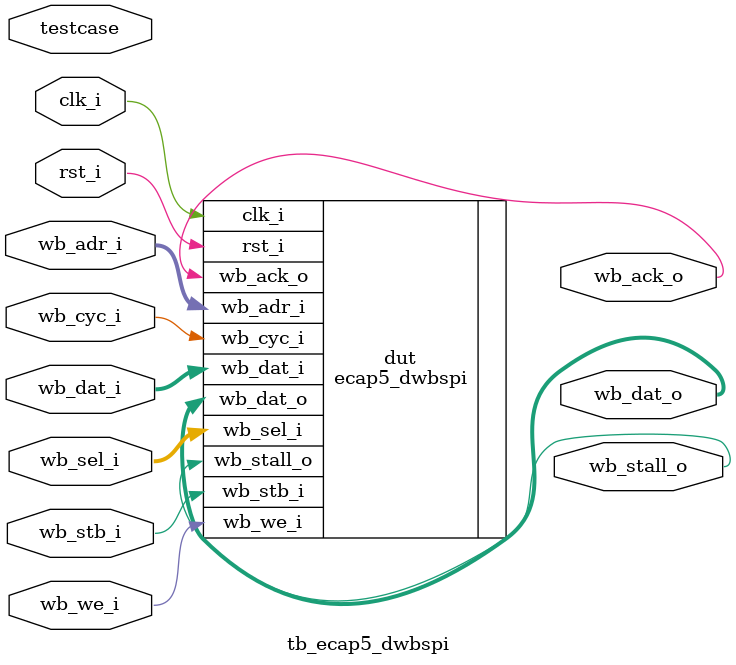
<source format=sv>
/*           __        _
 *  ________/ /  ___ _(_)__  ___
 * / __/ __/ _ \/ _ `/ / _ \/ -_)
 * \__/\__/_//_/\_,_/_/_//_/\__/
 * 
 * Copyright (C) Clément Chaine
 * This file is part of ECAP5-DWBSPI <https://github.com/ecap5/ECAP5-DWBSPI>
 *
 * ECAP5-DWBSPI is free software: you can redistribute it and/or modify
 * it under the terms of the GNU General Public License as published by
 * the Free Software Foundation, either version 3 of the License, or
 * (at your option) any later version.
 *
 * ECAP5-DWBSPI is distributed in the hope that it will be useful,
 * but WITHOUT ANY WARRANTY; without even the implied warranty of
 * MERCHANTABILITY or FITNESS FOR A PARTICULAR PURPOSE.  See the
 * GNU General Public License for more details.
 *
 * You should have received a copy of the GNU General Public License
 * along with ECAP5-DWBSPI.  If not, see <http://www.gnu.org/licenses/>.
 */

module tb_ecap5_dwbspi
(
  input   int          testcase,

  input   logic         clk_i,
  input   logic         rst_i,

  //=================================
  //    Memory interface

  input   logic[31:0]  wb_adr_i,
  output  logic[31:0]  wb_dat_o,
  input   logic[31:0]  wb_dat_i,
  input   logic        wb_we_i,
  input   logic[3:0]   wb_sel_i,
  input   logic        wb_stb_i,
  output  logic        wb_ack_o,
  input   logic        wb_cyc_i,
  output  logic        wb_stall_o
);

ecap5_dwbspi #(
) dut (
  .clk_i           (clk_i),
  .rst_i           (rst_i),

  .wb_adr_i   (wb_adr_i),
  .wb_dat_o   (wb_dat_o),
  .wb_dat_i   (wb_dat_i),
  .wb_we_i    (wb_we_i),
  .wb_sel_i   (wb_sel_i),
  .wb_stb_i   (wb_stb_i),
  .wb_ack_o   (wb_ack_o),
  .wb_cyc_i   (wb_cyc_i),
  .wb_stall_o (wb_stall_o)
);

endmodule // tb_ecap5_dwbspi


</source>
